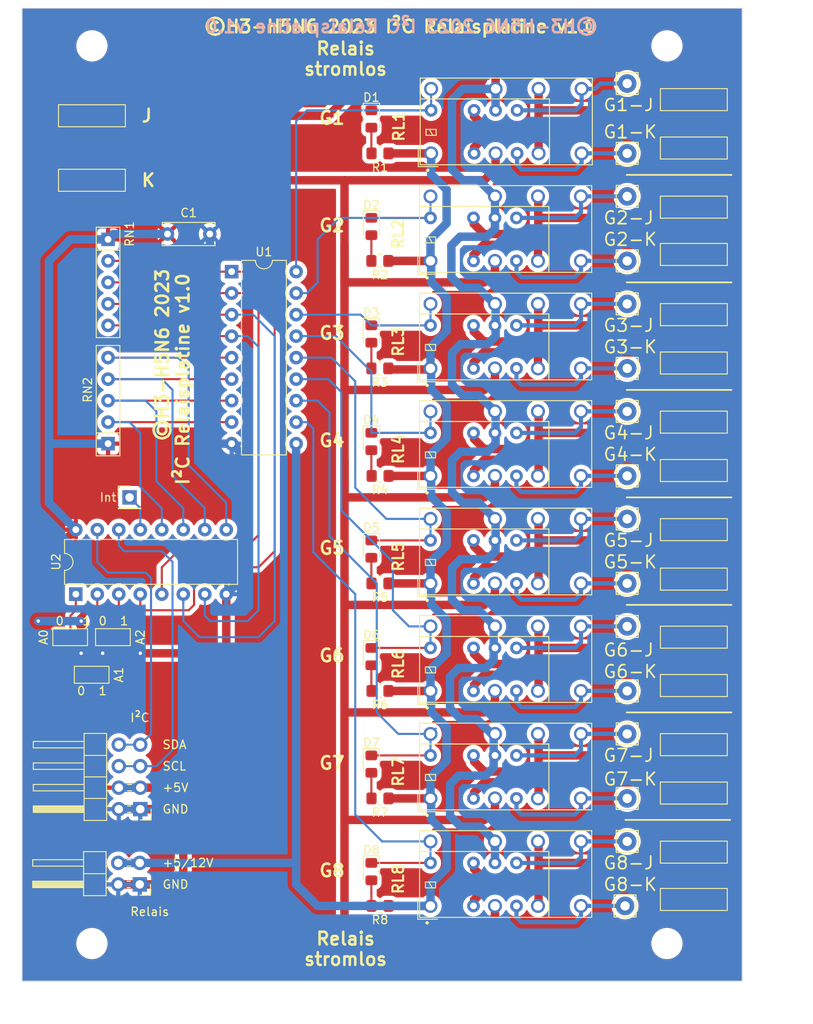
<source format=kicad_pcb>
(kicad_pcb (version 20221018) (generator pcbnew)
  (layers (0 "F.Cu" signal) (31 "B.Cu" signal) (34 "B.Paste" user) (35 "F.Paste" user) (36 "B.SilkS" user "B.Silkscreen") (37 "F.SilkS" user "F.Silkscreen") (38 "B.Mask" user) (39 "F.Mask" user) (44 "Edge.Cuts" user))
  (net 0 "")
  (net 1 "Net-(J4.1-Pin_1)")
  (net 2 "+12V")
  (net 3 "GND")
  (net 4 "Net-(J2-Pin_1)")
  (net 5 "Net-(J4.2-Pin_1)")
  (net 6 "Net-(J5.1-Pin_1)")
  (net 7 "Net-(J7.2-Pin_1)")
  (net 8 "Net-(J7.1-Pin_1)")
  (net 9 "Net-(J3.2-Pin_1)")
  (net 10 "Net-(J3.1-Pin_1)")
  (net 11 "Net-(J2.2-Pin_1)")
  (net 12 "Net-(J2.1-Pin_1)")
  (net 13 "Net-(J1.2-Pin_1)")
  (net 14 "Net-(J1.1-Pin_1)")
  (net 15 "Net-(A0-C)")
  (net 16 "Net-(A2-C)")
  (net 17 "Net-(A1-C)")
  (net 18 "Net-(J12-Pin_1)")
  (net 19 "Net-(J1-Pin_1)")
  (net 20 "Net-(J5.2-Pin_1)")
  (net 21 "Net-(J6.1-Pin_1)")
  (net 22 "Net-(J6.2-Pin_1)")
  (net 23 "Net-(J8.1-Pin_1)")
  (net 24 "Net-(J8.2-Pin_1)")
  (net 25 "Net-(J1.1a1001-Pin_1)")
  (net 26 "Net-(J1.1a1002-Pin_1)")
  (net 27 "Net-(J1.1a1003-Pin_1)")
  (net 28 "Net-(J1.1a1004-Pin_1)")
  (net 29 "Net-(J1.1a1005-Pin_1)")
  (net 30 "Net-(J1.1a1006-Pin_1)")
  (net 31 "+5V")
  (net 32 "Net-(RN1-R1)")
  (net 33 "Net-(RN1-R2)")
  (net 34 "Net-(RN1-R3)")
  (net 35 "Net-(RN1-R4)")
  (net 36 "Net-(RN2-R1)")
  (net 37 "Net-(RN2-R2)")
  (net 38 "Net-(RN2-R3)")
  (net 39 "Net-(RN2-R4)")
  (net 40 "Net-(J10-Pin_5)")
  (net 41 "Net-(J10-Pin_7)")
  (net 42 "Net-(D1-K)")
  (net 43 "Net-(D1-A)")
  (net 44 "Net-(D2-K)")
  (net 45 "Net-(D2-A)")
  (net 46 "Net-(D3-K)")
  (net 47 "Net-(D3-A)")
  (net 48 "Net-(D4-K)")
  (net 49 "Net-(D4-A)")
  (net 50 "Net-(D5-K)")
  (net 51 "Net-(D5-A)")
  (net 52 "Net-(D6-A)")
  (net 53 "Net-(D7-K)")
  (net 54 "Net-(D7-A)")
  (net 55 "Net-(D8-K)")
  (net 56 "Net-(D8-A)")
  (net 57 "Net-(D6-K)")
  (net 58 "Net-(J1.1a1007-Pin_1)")
  (net 59 "Net-(J1.2a1001-Pin_1)")
  (net 60 "Net-(J1.2a1002-Pin_1)")
  (net 61 "Net-(J1.2a1003-Pin_1)")
  (net 62 "Net-(J1.2a1004-Pin_1)")
  (net 63 "Net-(J1.2a1005-Pin_1)")
  (net 64 "Net-(J1.2a1006-Pin_1)")
  (net 65 "Net-(J1.2a1007-Pin_1)")
  (net 66 "Net-(J2.1a1001-Pin_1)")
  (net 67 "Net-(J2.2a1001-Pin_1)")
  (footprint "Wago:Pad_7.5x2.2mm" (layer "F.Cu") (at 138.43 111.252)
    (fp_text reference "J5.1" hide)
    (fp_text value "G5-K")
  )
  (footprint "Resistor_THT:R_Array_SIP5" (layer "F.Cu") (at 69.215 71.12 -90)
    (fp_text reference "RN1")
    (fp_text value "R_Network04")
  )
  (footprint "Wago:Pad_7.5x2.2mm" (layer "F.Cu") (at 138.43 72.898)
    (fp_text reference "J2.1" hide)
    (fp_text value "G2-K")
  )
  (footprint "HongFa:HFD3+2005SD" (layer "F.Cu") (at 107.315 73.66)
    (fp_text reference "RL2")
    (fp_text value "HFD3" hide)
  )
  (footprint "Resistor_THT:R_Array_SIP5" (layer "F.Cu") (at 69.215 95.25 90)
    (fp_text reference "RN2")
    (fp_text value "R_Network04")
  )
  (footprint "Resistor_SMD:R_0805_2012Metric_Pad1.20x1.40mm_HandSolder" (layer "F.Cu") (at 101.346 149.86 180)
    (fp_text reference "R8")
    (fp_text value "1k")
  )
  (footprint "Connector_PinHeader_2.54mm:PinHeader_2x04_P2.54mm_Horizontal" (layer "F.Cu") (at 73.025 138.43 180)
    (fp_text reference "J10" hide)
    (fp_text value "I²C")
  )
  (footprint "Wago:Pad_7.5x2.2mm" (layer "F.Cu") (at 138.43 67.31)
    (fp_text reference "J2.2" hide)
    (fp_text value "G2-J")
  )
  (footprint "Text:Text" (layer "F.Cu") (at 103.759 45.974)
    (fp_text reference "Tx1")
    (fp_text value "©H3-H5N6 2023 I²C Relaisplatine v1.0")
  )
  (footprint "Resistor_SMD:R_0805_2012Metric_Pad1.20x1.40mm_HandSolder" (layer "F.Cu") (at 101.346 124.46 180)
    (fp_text reference "R6")
    (fp_text value "1k")
  )
  (footprint "Wago:Pad_7.5x2.2mm" (layer "F.Cu") (at 67.31 64.135)
    (fp_text reference "J1" hide)
    (fp_text value "K")
  )
  (footprint "Connector_Pin:Pin_D1.1mm_L8.5mm_W2.5mm_FlatFork" (layer "F.Cu") (at 130.556 116.84 90)
    (fp_text reference "J1.2a1005" hide)
    (fp_text value "G1-J")
  )
  (footprint "Resistor_SMD:R_0805_2012Metric_Pad1.20x1.40mm_HandSolder" (layer "F.Cu") (at 101.346 60.96 180)
    (fp_text reference "R1")
    (fp_text value "1k")
  )
  (footprint "Resistor_SMD:R_0805_2012Metric_Pad1.20x1.40mm_HandSolder" (layer "F.Cu") (at 101.33 73.66 180)
    (fp_text reference "R2")
    (fp_text value "1k")
  )
  (footprint "HongFa:HFD3+2005SD" (layer "F.Cu") (at 107.315 99.06)
    (fp_text reference "RL4")
    (fp_text value "HFD3" hide)
  )
  (footprint "Connector_PinHeader_2.54mm:PinHeader_1x01_P2.54mm_Vertical" (layer "F.Cu") (at 71.755 101.6)
    (fp_text reference "J12" hide)
    (fp_text value "Int")
  )
  (footprint "Package_DIP:DIP-18_W7.62mm" (layer "F.Cu") (at 83.82 74.93)
    (fp_text reference "U1")
    (fp_text value "ULN2803A")
  )
  (footprint "Wago:Pad_7.5x2.2mm" (layer "F.Cu") (at 138.43 143.51)
    (fp_text reference "J8.2" hide)
    (fp_text value "G8-J")
  )
  (footprint "Wago:Pad_7.5x2.2mm" (layer "F.Cu") (at 138.43 123.825)
    (fp_text reference "J6.1" hide)
    (fp_text value "G6-K")
  )
  (footprint "Connector_Pin:Pin_D1.1mm_L8.5mm_W2.5mm_FlatFork" (layer "F.Cu") (at 130.556 91.44 90)
    (fp_text reference "J1.2a1003" hide)
    (fp_text value "G1-J")
  )
  (footprint "Wago:Pad_7.5x2.2mm" (layer "F.Cu") (at 138.43 54.61 180)
    (fp_text reference "J1.2" hide)
    (fp_text value "G1-J")
  )
  (footprint "LED_SMD:LED_0805_2012Metric_Pad1.15x1.40mm_HandSolder" (layer "F.Cu") (at 100.33 145.805 -90)
    (fp_text reference "D8")
    (fp_text value "LED")
  )
  (footprint "Jumper:SolderJumper-3_P1.3mm_Bridged12_Pad1.0x1.5mm_NumberLabels" (layer "F.Cu") (at 64.74 118.11)
    (fp_text reference "A0")
    (fp_text value "SolderJumper_3_Open")
  )
  (footprint "Wago:Pad_7.5x2.2mm" (layer "F.Cu") (at 138.43 80.01)
    (fp_text reference "J3.2" hide)
    (fp_text value "G3-J")
  )
  (footprint "Wago:Pad_7.5x2.2mm" (layer "F.Cu") (at 138.43 92.71)
    (fp_text reference "J4.2" hide)
    (fp_text value "G4-J")
  )
  (footprint "Connector_Pin:Pin_D1.1mm_L8.5mm_W2.5mm_FlatFork" (layer "F.Cu") (at 130.556 60.96 90)
    (fp_text reference "J1.2a1001" hide)
    (fp_text value "G1-K")
  )
  (footprint "HongFa:HFD3+2005SD" (layer "F.Cu") (at 107.315 137.16)
    (fp_text reference "RL7")
    (fp_text value "HFD3" hide)
  )
  (footprint "Resistor_SMD:R_0805_2012Metric_Pad1.20x1.40mm_HandSolder" (layer "F.Cu") (at 101.33 86.36 180)
    (fp_text reference "R3")
    (fp_text value "1k")
  )
  (footprint "Connector_Pin:Pin_D1.1mm_L8.5mm_W2.5mm_FlatFork" (layer "F.Cu") (at 130.556 104.14 90)
    (fp_text reference "J1.2a1004" hide)
    (fp_text value "G1-J")
  )
  (footprint "LED_SMD:LED_0805_2012Metric_Pad1.15x1.40mm_HandSolder" (layer "F.Cu") (at 100.33 107.705 -90)
    (fp_text reference "D5")
    (fp_text value "LED")
  )
  (footprint "LED_SMD:LED_0805_2012Metric_Pad1.15x1.40mm_HandSolder" (layer "F.Cu") (at 100.33 56.896 -90)
    (fp_text reference "D1")
    (fp_text value "LED")
  )
  (footprint "Wago:Pad_7.5x2.2mm" (layer "F.Cu") (at 138.43 149.098)
    (fp_text reference "J8.1" hide)
    (fp_text value "G8-K")
  )
  (footprint "Connector_Pin:Pin_D1.1mm_L8.5mm_W2.5mm_FlatFork" (layer "F.Cu") (at 130.556 99.06 90)
    (fp_text reference "J1.1a1003" hide)
    (fp_text value "G1-K")
  )
  (footprint "Wago:Pad_7.5x2.2mm" (layer "F.Cu") (at 138.43 105.41)
    (fp_text reference "J5.2" hide)
    (fp_text value "G5-J")
  )
  (footprint "Wago:Pad_7.5x2.2mm" (layer "F.Cu") (at 138.43 98.425)
    (fp_text reference "J4.1" hide)
    (fp_text value "G4-K")
  )
  (footprint "Capacitor_THT:C_Disc_D6.0mm_W2.5mm_P5.00mm" (layer "F.Cu") (at 76.24 70.485)
    (fp_text reference "C1")
    (fp_text value "100n")
  )
  (footprint "Wago:Pad_7.5x2.2mm" (layer "F.Cu") (at 138.43 130.81)
    (fp_text reference "J7.2" hide)
    (fp_text value "G7-J")
  )
  (footprint "Resistor_SMD:R_0805_2012Metric_Pad1.20x1.40mm_HandSolder" (layer "F.Cu") (at 101.346 111.76 180)
    (fp_text reference "R5")
    (fp_text value "1k")
  )
  (footprint "Connector_Pin:Pin_D1.1mm_L8.5mm_W2.5mm_FlatFork" (layer "F.Cu") (at 130.556 142.24 90)
    (fp_text reference "J1.2a1007" hide)
    (fp_text value "G1-J")
  )
  (footprint "HongFa:HFD3+2005SD" (layer "F.Cu") (at 107.315 124.46)
    (fp_text reference "RL6")
    (fp_text value "HFD3" hide)
  )
  (footprint "Connector_Pin:Pin_D1.1mm_L8.5mm_W2.5mm_FlatFork" (layer "F.Cu") (at 130.556 111.76 90)
    (fp_text reference "J1.1a1004" hide)
    (fp_text value "G1-K")
  )
  (footprint "Connector_Pin:Pin_D1.1mm_L8.5mm_W2.5mm_FlatFork" (layer "F.Cu") (at 130.556 52.705 90)
    (fp_text reference "J1.1a1001" hide)
    (fp_text value "G1-J")
  )
  (footprint "Connector_Pin:Pin_D1.1mm_L8.5mm_W2.5mm_FlatFork" (layer "F.Cu") (at 130.556 78.74 90)
    (fp_text reference "J1.2a1002" hide)
    (fp_text value "G1-J")
  )
  (footprint "Resistor_SMD:R_0805_2012Metric_Pad1.20x1.40mm_HandSolder" (layer "F.Cu") (at 101.346 137.16 180)
    (fp_text reference "R7")
    (fp_text value "1k")
  )
  (footprint "HongFa:HFD3+2005SD" (layer "F.Cu") (at 107.315 86.36)
    (fp_text reference "RL3")
    (fp_text value "HFD3" hide)
  )
  (footprint "LED_SMD:LED_0805_2012Metric_Pad1.15x1.40mm_HandSolder" (layer "F.Cu") (at 100.33 94.996 -90)
    (fp_text reference "D4")
    (fp_text value "LED")
  )
  (footprint "Wago:Pad_7.5x2.2mm" (layer "F.Cu") (at 138.43 60.325)
    (fp_text reference "J1.1" hide)
    (fp_text value "G1-K")
  )
  (footprint "HongFa:HFD3+2005SD" (layer "F.Cu") (at 107.3875 60.955)
    (fp_text reference "RL1")
    (fp_text value "HFD3" hide)
  )
  (footprint "LED_SMD:LED_0805_2012Metric_Pad1.15x1.40mm_HandSolder" (layer "F.Cu") (at 100.33 120.405 -90)
    (fp_text reference "D6")
    (fp_text value "LED")
  )
  (footprint "Connector_Pin:Pin_D1.1mm_L8.5mm_W2.5mm_FlatFork" (layer "F.Cu") (at 130.556 137.16 90)
    (fp_text reference "J1.1a1006" hide)
    (fp_text value "G1-K")
  )
  (footprint "Jumper:SolderJumper-3_P1.3mm_Bridged12_Pad1.0x1.5mm_NumberLabels" (layer "F.Cu") (at 67.28 122.555)
    (fp_text reference "A1")
    (fp_text value "SolderJumper_3_Open")
  )
  (footprint "Connector_PinHeader_2.54mm:PinHeader_2x02_P2.54mm_Horizontal" (layer "F.Cu") (at 72.96 147.32 180)
    (fp_text reference "J11" hide)
    (fp_text value "Relais-Power")
  )
  (footprint "Wago:Pad_7.5x2.2mm" (layer "F.Cu") (at 67.31 56.515)
    (fp_text reference "J2" hide)
    (fp_text value "J")
  )
  (footprint "Package_DIP:DIP-16_W7.62mm" (layer "F.Cu") (at 65.405 113.03 90)
    (fp_text reference "U2")
    (fp_text value "PCF8574")
  )
  (footprint "MountingHole:MountingHole_3.2mm_M3" (layer "F.Cu") (at 135.255 48.26)
    (fp_text reference "H3" hide)
    (fp_text value "MountingHole")
  )
  (footprint "Resistor_SMD:R_0805_2012Metric_Pad1.20x1.40mm_HandSolder" (layer "F.Cu") (at 101.362 99.06 180)
    (fp_text reference "R4")
    (fp_text value "1k")
  )
  (footprint "Connector_Pin:Pin_D1.1mm_L8.5mm_W2.5mm_FlatFork" (layer "F.Cu") (at 130.302 149.86 90)
    (fp_text reference "J1.1a1007" hide)
    (fp_text value "G1-K")
  )
  (footprint "Wago:Pad_7.5x2.2mm" (layer "F.Cu") (at 138.43 85.725)
    (fp_text reference "J3.1" hide)
    (fp_text value "G3-K")
  )
  (footprint "LED_SMD:LED_0805_2012Metric_Pad1.15x1.40mm_HandSolder" (layer "F.Cu") (at 100.33 133.105 -90)
    (fp_text reference "D7")
    (fp_text value "LED")
  )
  (footprint "Wago:Pad_7.5x2.2mm" (layer "F.Cu") (at 138.43 118.11)
    (fp_text reference "J6.2" hide)
    (fp_text value "G6-J")
  )
  (footprint "Jumper:SolderJumper-3_P1.3mm_Bridged12_Pad1.0x1.5mm_NumberLabels" (layer "F.Cu") (at 69.79 118.11)
    (fp_text reference "A2")
    (fp_text value "SolderJumper_3_Open")
  )
  (footprint "LED_SMD:LED_0805_2012Metric_Pad1.15x1.40mm_HandSolder" (layer "F.Cu") (at 100.33 69.596 -90)
    (fp_text reference "D2")
    (fp_text value "LED")
  )
  (footprint "Connector_Pin:Pin_D1.1mm_L8.5mm_W2.5mm_FlatFork" (layer "F.Cu") (at 130.556 129.54 90)
    (fp_text reference "J1.2a1006" hide)
    (fp_text value "G1-J")
  )
  (footprint "MountingHole:MountingHole_3.2mm_M3" (layer "F.Cu") (at 67.31 48.26)
    (fp_text reference "H1" hide)
    (fp_text value "MountingHole")
  )
  (footprint "Connector_Pin:Pin_D1.1mm_L8.5mm_W2.5mm_FlatFork" (layer "F.Cu") (at 130.556 86.36 90)
    (fp_text reference "J1.1a1002" hide)
    (fp_text value "G1-K")
  )
  (footprint "Connector_Pin:Pin_D1.1mm_L8.5mm_W2.5mm_FlatFork" (layer "F.Cu") (at 130.556 124.46 90)
    (fp_text reference "J1.1a1005" hide)
    (fp_text value "G1-K")
  )
  (footprint "Wago:Pad_7.5x2.2mm" (layer "F.Cu") (at 138.43 136.525)
    (fp_text reference "J7.1" hide)
    (fp_text value "G7-K")
  )
  (footprint "HongFa:HFD3+2005SD" (layer "F.Cu") (at 107.315 149.86)
    (fp_text reference "RL8")
    (fp_text value "HFD3" hide)
  )
  (footprint "HongFa:HFD3+2005SD" (layer "F.Cu") (at 107.315 111.76)
    (fp_text reference "RL5")
    (fp_text value "HFD3" hide)
  )
  (footprint "Connector_Pin:Pin_D1.1mm_L8.5mm_W2.5mm_FlatFork" (layer "F.Cu") (at 130.556 66.04 90)
    (fp_text reference "J2.1a1001" hide)
    (fp_text value "G1-J" hide)
  )
  (footprint "LED_SMD:LED_0805_2012Metric_Pad1.15x1.40mm_HandSolder" (layer "F.Cu") (at 100.33 82.296 -90)
    (fp_text reference "D3")
    (fp_text value "LED")
  )
  (footprint "Connector_Pin:Pin_D1.1mm_L8.5mm_W2.5mm_FlatFork" (layer "F.Cu") (at 130.556 73.66 90)
    (fp_text reference "J2.2a1001" hide)
    (fp_text value "G2-K")
  )
  (footprint "MountingHole:MountingHole_3.2mm_M3" (layer "F.Cu") (at 67.31 154.305)
    (fp_text reference "H2" hide)
    (fp_text value "MountingHole")
  )
  (footprint "MountingHole:MountingHole_3.2mm_M3" (layer "F.Cu") (at 135.255 154.305)
    (fp_text reference "H4" hide)
    (fp_text value "MountingHole")
  )
  (gr_line (start 130.4925 76.2) (end 142.875 76.2) (stroke (width 0.2)) (layer "F.SilkS"))
  (gr_line (start 130.4925 127) (end 142.875 127) (stroke (width 0.2)) (layer "F.SilkS"))
  (gr_line (start 130.4925 63.5) (end 142.875 63.5) (stroke (width 0.2)) (layer "F.SilkS"))
  (gr_line (start 130.33375 139.7) (end 142.71625 139.7) (stroke (width 0.2)) (layer "F.SilkS"))
  (gr_line (start 130.4925 114.3) (end 142.875 114.3) (stroke (width 0.2)) (layer "F.SilkS"))
  (gr_line (start 130.4925 101.6) (end 142.875 101.6) (stroke (width 0.2)) (layer "F.SilkS"))
  (gr_line (start 130.4925 88.9) (end 142.875 88.9) (stroke (width 0.2)) (layer "F.SilkS"))
  (gr_line (start 59.055 43.815) (end 59.055 158.75) (stroke (width 0.1)) (layer "Edge.Cuts"))
  (gr_line (start 144.145 43.815) (end 144.145 158.75) (stroke (width 0.1)) (layer "Edge.Cuts"))
  (gr_line (start 59.055 43.815) (end 144.145 43.815) (stroke (width 0.1)) (layer "Edge.Cuts"))
  (gr_line (start 144.145 158.75) (end 59.055 158.75) (stroke (width 0.1)) (layer "Edge.Cuts"))
  (gr_text "G7" (at 94.012 133.858) (layer "F.SilkS") (effects (font (size 1.5 1.5) (thickness 0.3) bold) (justify left bottom)))
  (gr_text "Relais\nstromlos" (at 97.282 154.94) (layer "F.SilkS") (effects (font (size 1.5 1.5) (thickness 0.3) bold)))
  (gr_text "G6" (at 94.012 121.158) (layer "F.SilkS") (effects (font (size 1.5 1.5) (thickness 0.3) bold) (justify left bottom)))
  (gr_text "SCL" (at 75.565 133.35) (layer "F.SilkS") (effects (font (size 1 1)) (justify left)))
  (gr_text "SDA" (at 75.565 130.81) (layer "F.SilkS") (effects (font (size 1 1)) (justify left)))
  (gr_text "+5V" (at 75.565 135.89) (layer "F.SilkS") (effects (font (size 1 1)) (justify left)))
  (gr_text "G4" (at 94.012 95.758) (layer "F.SilkS") (effects (font (size 1.5 1.5) (thickness 0.3) bold) (justify left bottom)))
  (gr_text "GND" (at 75.565 138.43) (layer "F.SilkS") (effects (font (size 1 1)) (justify left)))
  (gr_text "GND" (at 75.565 147.32) (layer "F.SilkS") (effects (font (size 1 1)) (justify left)))
  (gr_text "G5" (at 94.012 108.458) (layer "F.SilkS") (effects (font (size 1.5 1.5) (thickness 0.3) bold) (justify left bottom)))
  (gr_text "G2" (at 94.012 70.358) (layer "F.SilkS") (effects (font (size 1.5 1.5) (thickness 0.3) bold) (justify left bottom)))
  (gr_text "Relais\nstromlos" (at 97.282 49.784) (layer "F.SilkS") (effects (font (size 1.5 1.5) (thickness 0.3) bold)))
  (gr_text "G1" (at 94.012 57.658) (layer "F.SilkS") (effects (font (size 1.5 1.5) (thickness 0.3) bold) (justify left bottom)))
  (gr_text "G8" (at 94.012 146.558) (layer "F.SilkS") (effects (font (size 1.5 1.5) (thickness 0.3) bold) (justify left bottom)))
  (gr_text "Relais" (at 71.755 151.13) (layer "F.SilkS") (effects (font (size 1 1)) (justify left bottom)))
  (gr_text "G3" (at 94.012 83.058) (layer "F.SilkS") (effects (font (size 1.5 1.5) (thickness 0.3) bold) (justify left bottom)))
  (gr_text "     ©H3-H5N6 2023\nI²C Relaisplatine v1.0\n" (at 76.835 87.63 90) (layer "F.SilkS") (effects (font (size 1.5 1.5) (thickness 0.3))))
  (gr_text "+5/12V" (at 75.565 144.78) (layer "F.SilkS") (effects (font (size 1 1)) (justify left)))
  (segment (start 120.015 97.155) (end 132.715 97.155) (width 1) (layer "F.Cu") (net 1))
  (segment (start 120.0875 99.055) (end 120.0875 97.2275) (width 1) (layer "F.Cu") (net 1))
  (segment (start 112.4675 99.055) (end 112.4675 98.3525) (width 1) (layer "F.Cu") (net 1))
  (segment (start 113.665 97.155) (end 120.015 97.155) (width 1) (layer "F.Cu") (net 1))
  (segment (start 132.715 97.155) (end 133.985 98.425) (width 1) (layer "F.Cu") (net 1))
  (segment (start 112.4675 98.3525) (end 113.665 97.155) (width 1) (layer "F.Cu") (net 1))
  (segment (start 120.0875 97.2275) (end 120.015 97.155) (width 1) (layer "F.Cu") (net 1))
  (segment (start 133.985 98.425) (end 138.43 98.425) (width 1) (layer "F.Cu") (net 1))
  (segment (start 102.346 111.76) (end 107.315 111.76) (width 1) (layer "F.Cu") (net 2))
  (segment (start 102.2825 86.487) (end 107.2675 86.487) (width 1) (layer "F.Cu") (net 2))
  (segment (start 102.4095 99.06) (end 107.3945 99.06) (width 1) (layer "F.Cu") (net 2))
  (segment (start 102.2825 60.96) (end 107.2675 60.96) (width 1) (layer "F.Cu") (net 2))
  (segment (start 107.188 149.733) (end 107.315 149.86) (width 1) (layer "F.Cu") (net 2))
  (segment (start 102.33 73.66) (end 107.315 73.66) (width 1) (layer "F.Cu") (net 2))
  (segment (start 102.346 137.16) (end 107.315 137.16) (width 1) (layer "F.Cu") (net 2))
  (segment (start 102.473 149.86) (end 107.315 149.86) (width 1) (layer "F.Cu") (net 2))
  (segment (start 107.315 124.46) (end 102.346 124.46) (width 1) (layer "F.Cu") (net 2))
  (segment (start 107.3925 76.1225) (end 109.22 77.95) (width 1) (layer "B.Cu") (net 2))
  (segment (start 107.315 109.22) (end 107.315 111.76) (width 1) (layer "B.Cu") (net 2))
  (segment (start 107.3925 63.4225) (end 109.22 65.25) (width 1) (layer "B.Cu") (net 2))
  (segment (start 109.22 103.35) (end 109.22 107.315) (width 1) (layer "B.Cu") (net 2))
  (segment (start 107.3925 60.96) (end 107.3925 63.4225) (width 1) (layer "B.Cu") (net 2))
  (segment (start 109.22 65.25) (end 109.22 69.215) (width 1) (layer "B.Cu") (net 2))
  (segment (start 107.32 60.955) (end 107.3875 60.955) (width 1) (layer "B.Cu") (net 2))
  (segment (start 91.44 144.78) (end 91.44 95.25) (width 1) (layer "B.Cu") (net 2))
  (segment (start 107.315 121.92) (end 107.315 124.46) (width 1) (layer "B.Cu") (net 2))
  (segment (start 107.315 83.82) (end 107.315 86.36) (width 1) (layer "B.Cu") (net 2))
  (segment (start 107.315 149.86) (end 93.98 149.86) (width 1) (layer "B.Cu") (net 2))
  (segment (start 107.315 96.52) (end 107.315 99.06) (width 1) (layer "B.Cu") (net 2))
  (segment (start 72.96 144.78) (end 91.44 144.78) (width 1) (layer "B.Cu") (net 2))
  (segment (start 109.22 145.415) (end 107.315 147.32) (width 1) (layer "B.Cu") (net 2))
  (segment (start 109.22 94.615) (end 107.315 96.52) (width 1) (layer "B.Cu") (net 2))
  (segment (start 107.3875 60.955) (end 107.3925 60.96) (width 1) (layer "B.Cu") (net 2))
  (segment (start 109.22 69.215) (end 107.315 71.12) (width 1) (layer "B.Cu") (net 2))
  (segment (start 107.3925 88.8225) (end 109.22 90.65) (width 1) (layer "B.Cu") (net 2))
  (segment (start 109.22 77.95) (end 109.22 81.915) (width 1) (layer "B.Cu") (net 2))
  (segment (start 107.3925 126.9225) (end 109.22 128.75) (width 1) (layer "B.Cu") (net 2))
  (segment (start 109.22 141.45) (end 109.22 145.415) (width 1) (layer "B.Cu") (net 2))
  (segment (start 107.3925 139.6225) (end 109.22 141.45) (width 1) (layer "B.Cu") (net 2))
  (segment (start 109.22 107.315) (end 107.315 109.22) (width 1) (layer "B.Cu") (net 2))
  (segment (start 70.42 144.78) (end 72.96 144.78) (width 1) (layer "B.Cu") (net 2))
  (segment (start 107.3925 99.06) (end 107.3925 101.5225) (width 1) (layer "B.Cu") (net 2))
  (segment (start 107.315 60.96) (end 107.32 60.955) (width 1) (layer "B.Cu") (net 2))
  (segment (start 109.22 90.65) (end 109.22 94.615) (width 1) (layer "B.Cu") (net 2))
  (segment (start 107.3925 137.16) (end 107.3925 139.6225) (width 1) (layer "B.Cu") (net 2))
  (segment (start 109.22 120.015) (end 107.315 121.92) (width 1) (layer "B.Cu") (net 2))
  (segment (start 109.22 116.05) (end 109.22 120.015) (width 1) (layer "B.Cu") (net 2))
  (segment (start 109.22 81.915) (end 107.315 83.82) (width 1) (layer "B.Cu") (net 2))
  (segment (start 93.98 149.86) (end 91.44 147.32) (width 1) (layer "B.Cu") (net 2))
  (segment (start 107.3925 124.46) (end 107.3925 126.9225) (width 1) (layer "B.Cu") (net 2))
  (segment (start 107.3925 111.76) (end 107.3925 114.2225) (width 1) (layer "B.Cu") (net 2))
  (segment (start 107.315 134.62) (end 107.315 137.16) (width 1) (layer "B.Cu") (net 2))
  (segment (start 91.44 147.32) (end 91.44 144.78) (width 1) (layer "B.Cu") (net 2))
  (segment (start 109.22 132.715) (end 107.315 134.62) (width 1) (layer "B.Cu") (net 2))
  (segment (start 107.3925 73.66) (end 107.3925 76.1225) (width 1) (layer "B.Cu") (net 2))
  (segment (start 107.3925 101.5225) (end 109.22 103.35) (width 1) (layer "B.Cu") (net 2))
  (segment (start 107.3925 86.36) (end 107.3925 88.8225) (width 1) (layer "B.Cu") (net 2))
  (segment (start 107.315 147.32) (end 107.315 149.86) (width 1) (layer "B.Cu") (net 2))
  (segment (start 109.22 128.75) (end 109.22 132.715) (width 1) (layer "B.Cu") (net 2))
  (segment (start 107.315 71.12) (end 107.315 73.66) (width 1) (layer "B.Cu") (net 2))
  (segment (start 107.3925 114.2225) (end 109.22 116.05) (width 1) (layer "B.Cu") (net 2))
  (segment (start 83.185 126.365) (end 83.185 113.03) (width 1) (layer "F.Cu") (net 3))
  (segment (start 73.025 138.43) (end 78.105 138.43) (width 1) (layer "F.Cu") (net 3))
  (segment (start 78.105 138.43) (end 78.4225 138.1125) (width 1) (layer "F.Cu") (net 3))
  (segment (start 78.105 146.05) (end 78.105 138.43) (width 1) (layer "F.Cu") (net 3))
  (segment (start 63.44 120.59) (end 65.405 122.555) (width 1) (layer "F.Cu") (net 3))
  (segment (start 83.185 133.35) (end 83.185 126.365) (width 1) (layer "F.Cu") (net 3))
  (segment (start 65.405 122.555) (end 65.98 122.555) (width 1) (layer "F.Cu") (net 3))
  (segment (start 78.74 120.015) (end 83.185 124.46) (width 1) (layer "F.Cu") (net 3))
  (segment (start 83.185 124.46) (end 83.185 126.365) (width 1) (layer "F.Cu") (net 3))
  (segment (start 66.04 120.015) (end 65.98 120.075) (width 1) (layer "F.Cu") (net 3))
  (segment (start 72.96 147.32) (end 76.835 147.32) (width 1) (layer "F.Cu") (net 3))
  (segment (start 63.44 118.11) (end 63.44 120.59) (width 1) (layer "F.Cu") (net 3))
  (segment (start 73.025 120.015) (end 78.74 120.015) (width 1) (layer "F.Cu") (net 3))
  (segment (start 68.58 120.015) (end 68.58 118.2) (width 1) (layer "F.Cu") (net 3))
  (segment (start 66.04 122.495) (end 66.04 120.015) (width 1) (layer "F.Cu") (net 3))
  (segment (start 70.42 147.32) (end 72.96 147.32) (width 1) (layer "F.Cu") (net 3))
  (segment (start 65.98 122.555) (end 66.04 122.495) (width 1) (layer "F.Cu") (net 3))
  (segment (start 76.835 147.32) (end 78.105 146.05) (width 1) (layer "F.Cu") (net 3))
  (segment (start 68.58 118.2) (end 68.49 118.11) (width 1) (layer "F.Cu") (net 3))
  (segment (start 78.4225 138.1125) (end 83.185 133.35) (width 1) (layer "F.Cu") (net 3))
  (via (at 66.04 120.015) (size 0.8) (drill 0.4) (layers "F.Cu" "B.Cu") (net 3))
  (via (at 68.58 120.015) (size 0.8) (drill 0.4) (layers "F.Cu" "B.Cu") (net 3))
  (via (at 73.025 120.015) (size 0.8) (drill 0.4) (layers "F.Cu" "B.Cu") (net 3))
  (segment (start 85.09 111.125) (end 85.09 96.52) (width 1) (layer "B.Cu") (net 3))
  (segment (start 83.185 113.03) (end 85.09 111.125) (width 1) (layer "B.Cu") (net 3))
  (segment (start 73.025 138.43) (end 70.485 138.43) (width 1) (layer "B.Cu") (net 3))
  (segment (start 81.915 95.25) (end 81.24 94.575) (width 1) (layer "B.Cu") (net 3))
  (segment (start 68.58 120.015) (end 67.945 120.015) (width 1) (layer "B.Cu") (net 3))
  (segment (start 66.04 120.015) (end 68.58 120.015) (width 1) (layer "B.Cu") (net 3))
  (segment (start 81.24 94.575) (end 81.24 70.485) (width 1) (layer "B.Cu") (net 3))
  (segment (start 83.82 95.25) (end 81.915 95.25) (width 1) (layer "B.Cu") (net 3))
  (segment (start 85.09 96.52) (end 83.82 95.25) (width 1) (layer "B.Cu") (net 3))
  (segment (start 68.58 120.015) (end 73.025 120.015) (width 1) (layer "B.Cu") (net 3))
  (segment (start 114.3 50.165) (end 115.0075 50.8725) (width 1) (layer "F.Cu") (net 4))
  (segment (start 95.25 56.515) (end 101.6 50.165) (width 1) (layer "F.Cu") (net 4))
  (segment (start 101.6 50.165) (end 114.3 50.165) (width 1) (layer "F.Cu") (net 4))
  (segment (start 115.0075 50.8725) (end 115.0075 53.335) (width 1) (layer "F.Cu") (net 4))
  (segment (start 67.31 56.515) (end 95.25 56.515) (width 1) (layer "F.Cu") (net 4))
  (segment (start 115.0075 81.275) (end 115.0075 82.545) (width 1) (layer "B.Cu") (net 4))
  (segment (start 114.055 96.1975) (end 110.88 96.1975) (width 1) (layer "B.Cu") (net 4))
  (segment (start 115.0075 82.545) (end 114.055 83.4975) (width 1) (layer "B.Cu") (net 4))
  (segment (start 112.79875 140.49875) (end 113.19375 140.49875) (width 1) (layer "B.Cu") (net 4))
  (segment (start 109.62375 135.48625) (end 109.62375 139.22875) (width 1) (layer "B.Cu") (net 4))
  (segment (start 114.77625 116.99875) (end 114.77625 119.53875) (width 1) (layer "B.Cu") (net 4))
  (segment (start 115.0075 53.335) (end 111.13 53.335) (width 1) (layer "B.Cu") (net 4))
  (segment (start 113.9825 70.8025) (end 110.8075 70.8025) (width 1) (layer "B.Cu") (net 4))
  (segment (start 114.77625 119.53875) (end 114.77625 120.80875) (width 1) (layer "B.Cu") (net 4))
  (segment (start 113.03 89.535) (end 114.935 91.44) (width 1) (layer "B.Cu") (net 4))
  (segment (start 115.0075 78.735) (end 115.0075 81.275) (width 1) (layer "B.Cu") (net 4))
  (segment (start 110.88 96.1975) (end 109.855 97.2225) (width 1) (layer "B.Cu") (net 4))
  (segment (start 109.855 113.665) (end 111.125 114.935) (width 1) (layer "B.Cu") (net 4))
  (segment (start 114.935 68.58) (end 114.935 69.85) (width 1) (layer "B.Cu") (net 4))
  (segment (start 109.7825 75.57) (end 111.0525 76.84) (width 1) (layer "B.Cu") (net 4))
  (segment (start 109.7825 71.8275) (end 109.7825 75.57) (width 1) (layer "B.Cu") (net 4))
  (segment (start 115.0075 104.135) (end 115.0075 106.675) (width 1) (layer "B.Cu") (net 4))
  (segment (start 109.855 88.265) (end 111.125 89.535) (width 1) (layer "B.Cu") (net 4))
  (segment (start 115.0075 93.975) (end 115.0075 95.245) (width 1) (layer "B.Cu") (net 4))
  (segment (start 110.88 108.8975) (end 109.855 109.9225) (width 1) (layer "B.Cu") (net 4))
  (segment (start 115.0075 91.435) (end 115.0075 93.975) (width 1) (layer "B.Cu") (net 4))
  (segment (start 113.82375 134.46125) (end 110.64875 134.46125) (width 1) (layer "B.Cu") (net 4))
  (segment (start 111.13 53.335) (end 109.855 54.61) (width 1) (layer "B.Cu") (net 4))
  (segment (start 110.8075 70.8025) (end 109.7825 71.8275) (width 1) (layer "B.Cu") (net 4))
  (segment (start 109.62375 122.78625) (end 109.62375 126.52875) (width 1) (layer "B.Cu") (net 4))
  (segment (start 112.9575 76.84) (end 114.8625 78.745) (width 1) (layer "B.Cu") (net 4))
  (segment (start 109.855 54.61) (end 109.855 62.865) (width 1) (layer "B.Cu") (net 4))
  (segment (start 109.855 100.965) (end 111.125 102.235) (width 1) (layer "B.Cu") (net 4))
  (segment (start 111.125 102.235) (end 113.03 102.235) (width 1) (layer "B.Cu") (net 4))
  (segment (start 115.0075 95.245) (end 114.055 96.1975) (width 1) (layer "B.Cu") (net 4))
  (segment (start 110.89375 140.49875) (end 112.79875 140.49875) (width 1) (layer "B.Cu") (net 4))
  (segment (start 115.0075 106.675) (end 115.0075 107.945) (width 1) (layer "B.Cu") (net 4))
  (segment (start 110.64875 121.76125) (end 109.62375 122.78625) (width 1) (layer "B.Cu") (net 4))
  (segment (start 109.62375 139.22875) (end 110.89375 140.49875) (width 1) (layer "B.Cu") (net 4))
  (segment (start 114.055 108.8975) (end 110.88 108.8975) (width 1) (layer "B.Cu") (net 4))
  (segment (start 114.055 83.4975) (end 110.88 83.4975) (width 1) (layer "B.Cu") (net 4))
  (segment (start 114.77625 120.80875) (end 113.82375 121.76125) (width 1) (layer "B.Cu") (net 4))
  (segment (start 114.935 142.24) (end 114.935 144.78) (width 1) (layer "B.Cu") (net 4))
  (segment (start 110.89375 127.79875) (end 112.79875 127.79875) (width 1) (layer "B.Cu") (net 4))
  (segment (start 111.0525 76.84) (end 112.9575 76.84) (width 1) (layer "B.Cu") (net 4))
  (segment (start 113.19375 140.49875) (end 114.935 142.24) (width 1) (layer "B.Cu") (net 4))
  (segment (start 109.855 109.9225) (end 109.855 113.665) (width 1) (layer "B.Cu") (net 4))
  (segment (start 114.77625 133.50875) (end 113.82375 134.46125) (width 1) (layer "B.Cu") (net 4))
  (segment (start 115.0075 107.945) (end 114.055 108.8975) (width 1) (layer "B.Cu") (net 4))
  (segment (start 114.77625 132.23875) (end 114.77625 133.50875) (width 1) (layer "B.Cu") (net 4))
  (segment (start 109.62375 126.52875) (end 110.89375 127.79875) (width 1) (layer "B.Cu") (net 4))
  (segment (start 109.855 97.2225) (end 109.855 100.965) (width 1) (layer "B.Cu") (net 4))
  (segment (start 112.79875 127.79875) (end 114.70375 129.70375) (width 1) (layer "B.Cu") (net 4))
  (segment (start 111.125 89.535) (end 113.03 89.535) (width 1) (layer "B.Cu") (net 4))
  (segment (start 113.03 64.135) (end 114.935 66.04) (width 1) (layer "B.Cu") (net 4))
  (segment (start 113.82375 121.76125) (end 110.64875 121.76125) (width 1) (layer "B.Cu") (net 4))
  (segment (start 109.855 84.5225) (end 109.855 88.265) (width 1) (layer "B.Cu") (net 4))
  (segment (start 114.935 69.85) (end 113.9825 70.8025) (width 1) (layer "B.Cu") (net 4))
  (segment (start 110.64875 134.46125) (end 109.62375 135.48625) (width 1) (layer "B.Cu") (net 4))
  (segment (start 110.88 83.4975) (end 109.855 84.5225) (width 1) (layer "B.Cu") (net 4))
  (segment (start 113.03 114.935) (end 114.935 116.84) (width 1) (layer "B.Cu") (net 4))
  (segment (start 109.855 62.865) (end 111.125 64.135) (width 1) (layer "B.Cu") (net 4))
  (segment (start 111.125 114.935) (end 113.03 114.935) (width 1) (layer "B.Cu") (net 4))
  (segment (start 114.935 66.04) (end 114.935 68.58) (width 1) (layer "B.Cu") (net 4))
  (segment (start 115.0075 53.335) (end 115.0075 55.875) (width 1) (layer "B.Cu") (net 4))
  (segment (start 111.125 64.135) (end 113.03 64.135) (width 1) (layer "B.Cu") (net 4))
  (segment (start 113.03 102.235) (end 114.935 104.14) (width 1) (layer "B.Cu") (net 4))
  (segment (start 114.77625 129.69875) (end 114.77625 132.23875) (width 1) (layer "B.Cu") (net 4))
  (segment (start 132.3975 93.98) (end 133.6675 92.71) (width 1) (layer "F.Cu") (net 5))
  (segment (start 120.0875 91.435) (end 120.0875 95.1775) (width 1) (layer "F.Cu") (net 5))
  (segment (start 120.0875 95.1775) (end 119.38 95.885) (width 1) (layer "F.Cu") (net 5))
  (segment (start 112.4675 94.6875) (end 113.665 95.885) (width 1) (layer "F.Cu") (net 5))
  (segment (start 120.0875 93.98) (end 132.3975 93.98) (width 1) (layer "F.Cu") (net 5))
  (segment (start 113.665 95.885) (end 119.38 95.885) (width 1) (layer "F.Cu") (net 5))
  (segment (start 112.4675 93.975) (end 112.4675 94.6875) (width 1) (layer "F.Cu") (net 5))
  (segment (start 133.6675 92.71) (end 138.43 92.71) (width 1) (layer "F.Cu") (net 5))
  (segment (start 120.0875 109.9275) (end 120.015 109.855) (width 1) (layer "F.Cu") (net 6))
  (segment (start 112.4675 111.755) (end 112.4675 111.0525) (width 1) (layer "F.Cu") (net 6))
  (segment (start 138.303 111.125) (end 138.43 110.998) (width 1) (layer "F.Cu") (net 6))
  (segment (start 132.715 109.855) (end 133.985 111.125) (width 1) (layer "F.Cu") (net 6))
  (segment (start 120.015 109.855) (end 132.715 109.855) (width 1) (layer "F.Cu") (net 6))
  (segment (start 113.665 109.855) (end 120.015 109.855) (width 1) (layer "F.Cu") (net 6))
  (segment (start 120.0875 111.755) (end 120.0875 109.9275) (width 1) (layer "F.Cu") (net 6))
  (segment (start 133.985 111.125) (end 138.303 111.125) (width 1) (layer "F.Cu") (net 6))
  (segment (start 112.4675 111.0525) (end 113.665 109.855) (width 1) (layer "F.Cu") (net 6))
  (segment (start 120.0875 133.2775) (end 119.38 133.985) (width 1) (layer "F.Cu") (net 7))
  (segment (start 112.4675 132.7875) (end 113.665 133.985) (width 1) (layer "F.Cu") (net 7))
  (segment (start 133.35 130.81) (end 137.922 130.81) (width 1) (layer "F.Cu") (net 7))
  (segment (start 112.4675 132.075) (end 112.4675 132.7875) (width 1) (layer "F.Cu") (net 7))
  (segment (start 113.665 133.985) (end 119.38 133.985) (width 1) (layer "F.Cu") (net 7))
  (segment (start 120.0875 129.535) (end 120.0875 133.2775) (width 1) (layer "F.Cu") (net 7))
  (segment (start 132.08 132.08) (end 133.35 130.81) (width 1) (layer "F.Cu") (net 7))
  (segment (start 120.0875 132.08) (end 132.08 132.08) (width 1) (layer "F.Cu") (net 7))
  (segment (start 120.0875 137.155) (end 120.0875 135.3275) (width 1) (layer "F.Cu") (net 8))
  (segment (start 120.015 135.255) (end 132.842 135.255) (width 1) (layer "F.Cu") (net 8))
  (segment (start 113.665 135.255) (end 120.015 135.255) (width 1) (layer "F.Cu") (net 8))
  (segment (start 112.4675 136.4525) (end 113.665 135.255) (width 1) (layer "F.Cu") (net 8))
  (segment (start 120.0875 135.3275) (end 120.015 135.255) (width 1) (layer "F.Cu") (net 8))
  (segment (start 132.842 135.255) (end 134.112 136.525) (width 1) (layer "F.Cu") (net 8))
  (segment (start 134.112 136.525) (end 137.668 136.525) (width 1) (layer "F.Cu") (net 8))
  (segment (start 112.4675 137.155) (end 112.4675 136.4525) (width 1) (layer "F.Cu") (net 8))
  (segment (start 112.43125 81.275) (end 112.43125 81.9875) (width 1) (layer "F.Cu") (net 9))
  (segment (start 113.62875 83.185) (end 119.34375 83.185) (width 1) (layer "F.Cu") (net 9))
  (segment (start 133.35 80.01) (end 138.43 80.01) (width 1) (layer "F.Cu") (net 9))
  (segment (start 112.43125 81.9875) (end 113.62875 83.185) (width 1) (layer "F.Cu") (net 9))
  (segment (start 120.05125 82.4775) (end 119.34375 83.185) (width 1) (layer "F.Cu") (net 9))
  (segment (start 120.05125 78.735) (end 120.05125 82.4775) (width 1) (layer "F.Cu") (net 9))
  (segment (start 120.05125 81.28) (end 132.08 81.28) (width 1) (layer "F.Cu") (net 9))
  (segment (start 132.08 81.28) (end 133.35 80.01) (width 1) (layer "F.Cu") (net 9))
  (segment (start 138.425 85.73) (end 138.43 85.725) (width 1) (layer "F.Cu") (net 10))
  (segment (start 133.9265 85.73) (end 138.425 85.73) (width 1) (layer "F.Cu") (net 10))
  (segment (start 120.015 84.5325) (end 119.9425 84.46) (width 1) (layer "F.Cu") (net 10))
  (segment (start 112.395 85.6575) (end 113.5925 84.46) (width 1) (layer "F.Cu") (net 10))
  (segment (start 112.395 86.36) (end 112.395 85.6575) (width 1) (layer "F.Cu") (net 10))
  (segment (start 132.6565 84.46) (end 133.9265 85.73) (width 1) (layer "F.Cu") (net 10))
  (segment (start 113.5925 84.46) (end 119.9425 84.46) (width 1) (layer "F.Cu") (net 10))
  (segment (start 119.9425 84.46) (end 132.6565 84.46) (width 1) (layer "F.Cu") (net 10))
  (segment (start 120.015 86.36) (end 120.015 84.5325) (width 1) (layer "F.Cu") (net 10))
  (segment (start 120.05125 69.7775) (end 119.34375 70.485) (width 1) (layer "F.Cu") (net 11))
  (segment (start 132.334 68.58) (end 133.604 67.31) (width 1) (layer "F.Cu") (net 11))
  (segment (start 112.43125 69.2875) (end 113.62875 70.485) (width 1) (layer "F.Cu") (net 11))
  (segment (start 133.604 67.31) (end 138.43 67.31) (width 1) (layer "F.Cu") (net 11))
  (segment (start 120.05125 68.58) (end 132.334 68.58) (width 1) (layer "F.Cu") (net 11))
  (segment (start 113.62875 70.485) (end 119.34375 70.485) (width 1) (layer "F.Cu") (net 11))
  (segment (start 120.05125 66.035) (end 120.05125 69.7775) (width 1) (layer "F.Cu") (net 11))
  (segment (start 112.43125 68.575) (end 112.43125 69.2875) (width 1) (layer "F.Cu") (net 11))
  (segment (start 120.015 71.8325) (end 119.9425 71.76) (width 1) (layer "F.Cu") (net 12))
  (segment (start 112.395 72.9575) (end 113.5925 71.76) (width 1) (layer "F.Cu") (net 12))
  (segment (start 113.5925 71.76) (end 119.9425 71.76) (width 1) (layer "F.Cu") (net 12))
  (segment (start 133.44325 73.03) (end 138.298 73.03) (width 1) (layer "F.Cu") (net 12))
  (segment (start 132.17325 71.76) (end 133.44325 73.03) (width 1) (layer "F.Cu") (net 12))
  (segment (start 120.015 73.66) (end 120.015 71.8325) (width 1) (layer "F.Cu") (net 12))
  (segment (start 112.395 73.66) (end 112.395 72.9575) (width 1) (layer "F.Cu") (net 12))
  (segment (start 119.9425 71.76) (end 132.17325 71.76) (width 1) (layer "F.Cu") (net 12))
  (segment (start 138.298 73.03) (end 138.43 72.898) (width 1) (layer "F.Cu") (net 12))
  (segment (start 112.4675 56.5875) (end 113.665 57.785) (width 1) (layer "F.Cu") (net 13))
  (segment (start 132.08 55.88) (end 133.35 54.61) (width 1) (layer "F.Cu") (net 13))
  (segment (start 112.4675 55.875) (end 112.4675 56.5875) (width 1) (layer "F.Cu") (net 13))
  (segment (start 133.35 54.61) (end 138.43 54.61) (width 1) (layer "F.Cu") (net 13))
  (segment (start 120.0875 57.0775) (end 119.38 57.785) (width 1) (layer "F.Cu") (net 13))
  (segment (start 120.0875 55.88) (end 132.08 55.88) (width 1) (layer "F.Cu") (net 13))
  (segment (start 113.665 57.785) (end 119.38 57.785) (width 1) (layer "F.Cu") (net 13))
  (segment (start 120.0875 53.335) (end 120.0875 57.0775) (width 1) (layer "F.Cu") (net 13))
  (segment (start 112.4675 60.955) (end 112.4675 60.2525) (width 1) (layer "F.Cu") (net 14))
  (segment (start 131.953 59.055) (end 133.223 60.325) (width 1) (layer "F.Cu") (net 14))
  (segment (start 120.015 59.055) (end 131.953 59.055) (width 1) (layer "F.Cu") (net 14))
  (segment (start 120.0875 59.1275) (end 120.015 59.055) (width 1) (layer "F.Cu") (net 14))
  (segment (start 112.4675 60.2525) (end 113.665 59.055) (width 1) (layer "F.Cu") (net 14))
  (segment (start 113.665 59.055) (end 120.015 59.055) (width 1) (layer "F.Cu") (net 14))
  (segment (start 120.0875 60.955) (end 120.0875 59.1275) (width 1) (layer "F.Cu") (net 14))
  (segment (start 133.223 60.325) (end 138.43 60.325) (width 1) (layer "F.Cu") (net 14))
  (segment (start 65.405 114.935) (end 64.77 115.57) (width 0.25) (layer "F.Cu") (net 15))
  (segment (start 64.77 115.57) (end 64.77 118.08) (width 0.25) (layer "F.Cu") (net 15))
  (segment (start 64.77 118.08) (end 64.74 118.11) (width 0.25) (layer "F.Cu") (net 15))
  (segment (start 65.405 113.03) (end 65.405 114.935) (width 0.25) (layer "F.Cu") (net 15))
  (segment (start 69.85 118.05) (end 69.79 118.11) (width 0.25) (layer "F.Cu") (net 16))
  (segment (start 69.85 115.57) (end 69.85 118.05) (width 0.25) (layer "F.Cu") (net 16))
  (segment (start 70.485 113.03) (end 70.485 114.935) (width 0.25) (layer "F.Cu") (net 16))
  (segment (start 70.485 114.935) (end 69.85 115.57) (width 0.25) (layer "F.Cu") (net 16))
  (segment (start 67.945 113.03) (end 67.945 114.935) (width 0.25) (layer "F.Cu") (net 17))
  (segment (start 67.31 122.525) (end 67.28 122.555) (width 0.25) (layer "F.Cu") (net 17))
  (segment (start 67.31 115.57) (end 67.31 122.525) (width 0.25) (layer "F.Cu") (net 17))
  (segment (start 67.945 114.935) (end 67.31 115.57) (width 0.25) (layer "F.Cu") (net 17))
  (segment (start 71.755 101.6) (end 73.025 102.87) (width 0.25) (layer "B.Cu") (net 18))
  (segment (start 73.025 102.87) (end 73.025 105.41) (width 0.25) (layer "B.Cu") (net 18))
  (segment (start 97.155 127) (end 113.665 127) (width 1) (layer "F.Cu") (net 19))
  (segment (start 97.155 114.3) (end 113.665 114.3) (width 1) (layer "F.Cu") (net 19))
  (segment (start 97.155 97.155) (end 97.155 152.4) (width 1) (layer "F.Cu") (net 19))
  (segment (start 115.0075 62.7925) (end 113.665 64.135) (width 1) (layer "F.Cu") (net 19))
  (segment (start 113.665 114.3) (end 114.935 113.03) (width 1) (layer "F.Cu") (net 19))
  (segment (start 97.155 71.755) (end 97.155 84.455) (width 1) (layer "F.Cu") (net 19))
  (segment (start 97.155 84.455) (end 97.155 97.155) (width 1) (layer "F.Cu") (net 19))
  (segment (start 97.155 64.135) (end 97.155 71.755) (width 1) (layer "F.Cu") (net 19))
  (segment (start 113.665 101.6) (end 114.935 100.33) (width 1) (layer "F.Cu") (net 19))
  (segment (start 97.155 101.6) (end 113.665 101.6) (width 1) (layer "F.Cu") (net 19))
  (segment (start 67.31 64.135) (end 97.155 64.135) (width 1) (layer "F.Cu") (net 19))
  (segment (start 113.665 88.9) (end 114.935 87.63) (width 1) (layer "F.Cu") (net 19))
  (segment (start 114.935 151.13) (end 114.935 149.86) (width 1) (layer "F.Cu") (net 19))
  (segment (start 97.155 76.2) (end 113.665 76.2) (width 1) (layer "F.Cu") (net 19))
  (segment (start 113.665 64.135) (end 97.155 64.135) (width 1) (layer "F.Cu") (net 19))
  (segment (start 115.0075 60.955) (end 115.0075 62.7925) (width 1) (layer "F.Cu") (net 19))
  (segment (start 97.155 71.755) (end 97.155 76.2) (width 1) (layer "F.Cu") (net 19))
  (segment (start 114.935 125.73) (end 114.935 124.46) (width 1) (layer "F.Cu") (net 19))
  (segment (start 113.665 152.4) (end 114.935 151.13) (width 1) (layer "F.Cu") (net 19))
  (segment (start 97.155 88.9) (end 113.665 88.9) (width 1) (layer "F.Cu") (net 19))
  (segment (start 113.665 127) (end 114.935 125.73) (width 1) (layer "F.Cu") (net 19))
  (segment (start 97.155 139.7) (end 113.665 139.7) (width 1) (layer "F.Cu") (net 19))
  (segment (start 113.665 139.7) (end 114.935 138.43) (width 1) (layer "F.Cu") (net 19))
  (segment (start 113.665 76.2) (end 114.935 74.93) (width 1) (layer "F.Cu") (net 19))
  (segment (start 114.935 100.33) (end 114.935 99.06) (width 1) (layer "F.Cu") (net 19))
  (segment (start 114.935 138.43) (end 114.935 137.16) (width 1) (layer "F.Cu") (net 19))
  (segment (start 114.935 87.63) (end 114.935 86.36) (width 1) (layer "F.Cu") (net 19))
  (segment (start 97.155 152.4) (end 113.665 152.4) (width 1) (layer "F.Cu") (net 19))
  (segment (start 114.935 113.03) (end 114.935 111.76) (width 1) (layer "F.Cu") (net 19))
  (segment (start 114.935 74.93) (end 114.935 73.66) (width 1) (layer "F.Cu") (net 19))
  (segment (start 97.155 97.155) (end 97.155 101.6) (width 1) (layer "F.Cu") (net 19))
  (segment (start 133.5405 105.41) (end 138.43 105.41) (width 1) (layer "F.Cu") (net 20))
  (segment (start 132.2705 106.68) (end 133.5405 105.41) (width 1) (layer "F.Cu") (net 20))
  (segment (start 112.4675 106.675) (end 112.4675 107.3875) (width 1) (layer "F.Cu") (net 20))
  (segment (start 120.0875 106.68) (end 132.2705 106.68) (width 1) (layer "F.Cu") (net 20))
  (segment (start 113.665 108.585) (end 119.38 108.585) (width 1) (layer "F.Cu") (net 20))
  (segment (start 120.0875 107.8775) (end 119.38 108.585) (width 1) (layer "F.Cu") (net 20))
  (segment (start 120.0875 104.135) (end 120.0875 107.8775) (width 1) (layer "F.Cu") (net 20))
  (segment (start 112.4675 107.3875) (end 113.665 108.585) (width 1) (layer "F.Cu") (net 20))
  (segment (start 133.985 123.825) (end 138.176 123.825) (width 1) (layer "F.Cu") (net 21))
  (segment (start 120.0875 124.455) (end 120.0875 122.6275) (width 1) (layer "F.Cu") (net 21))
  (segment (start 120.0875 122.6275) (end 120.015 122.555) (width 1) (layer "F.Cu") (net 21))
  (segment (start 113.665 122.555) (end 120.015 122.555) (width 1) (layer "F.Cu") (net 21))
  (segment (start 112.4675 123.7525) (end 113.665 122.555) (width 1) (layer "F.Cu") (net 21))
  (segment (start 112.4675 124.455) (end 112.4675 123.7525) (width 1) (layer "F.Cu") (net 21))
  (segment (start 132.715 122.555) (end 133.985 123.825) (width 1) (layer "F.Cu") (net 21))
  (segment (start 120.015 122.555) (end 132.715 122.555) (width 1) (layer "F.Cu") (net 21))
  (segment (start 120.0875 116.835) (end 120.0875 120.5775) (width 1) (layer "F.Cu") (net 22))
  (segment (start 120.0875 120.5775) (end 119.38 121.285) (width 1) (layer "F.Cu") (net 22))
  (segment (start 112.4675 120.0875) (end 113.665 121.285) (width 1) (layer "F.Cu") (net 22))
  (segment (start 132.08 119.38) (end 133.35 118.11) (width 1) (layer "F.Cu") (net 22))
  (segment (start 133.35 118.11) (end 138.176 118.11) (width 1) (layer "F.Cu") (net 22))
  (segment (start 113.665 121.285) (end 119.38 121.285) (width 1) (layer "F.Cu") (net 22))
  (segment (start 112.4675 119.375) (end 112.4675 120.0875) (width 1) (layer "F.Cu") (net 22))
  (segment (start 120.0875 119.38) (end 132.08 119.38) (width 1) (layer "F.Cu") (net 22))
  (segment (start 138.154 149.076) (end 138.176 149.098) (width 1) (layer "F.Cu") (net 23))
  (segment (start 133.963 149.076) (end 138.154 149.076) (width 1) (layer "F.Cu") (net 23))
  (segment (start 112.4675 149.855) (end 112.4675 149.1525) (width 1) (layer "F.Cu") (net 23))
  (segment (start 120.0875 149.855) (end 120.0875 148.0275) (width 1) (layer "F.Cu") (net 23))
  (segment (start 120.0875 148.0275) (end 120.015 147.955) (width 1) (layer "F.Cu") (net 23))
  (segment (start 112.4675 149.1525) (end 113.665 147.955) (width 1) (layer "F.Cu") (net 23))
  (segment (start 132.842 147.955) (end 133.963 149.076) (width 1) (layer "F.Cu") (net 23))
  (segment (start 113.665 147.955) (end 120.015 147.955) (width 1) (layer "F.Cu") (net 23))
  (segment (start 120.015 147.955) (end 132.842 147.955) (width 1) (layer "F.Cu") (net 23))
  (segment (start 133.35 143.51) (end 138.176 143.51) (width 1) (layer "F.Cu") (net 24))
  (segment (start 120.0875 144.78) (end 132.08 144.78) (width 1) (layer "F.Cu") (net 24))
  (segment (start 112.4675 145.4875) (end 113.665 146.685) (width 1) (layer "F.Cu") (net 24))
  (segment (start 132.08 144.78) (end 133.35 143.51) (width 1) (layer "F.Cu") (net 24))
  (segment (start 120.0875 145.9775) (end 119.38 146.685) (width 1) (layer "F.Cu") (net 24))
  (segment (start 120.0875 142.235) (end 120.0875 145.9775) (width 1) (layer "F.Cu") (net 24))
  (segment (start 112.4675 144.775) (end 112.4675 145.4875) (width 1) (layer "F.Cu") (net 24))
  (segment (start 113.665 146.685) (end 119.38 146.685) (width 1) (layer "F.Cu") (net 24))
  (segment (start 125.1675 55.1725) (end 125.1675 53.335) (width 0.5) (layer "B.Cu") (net 25))
  (segment (start 127.381 52.705) (end 130.429 52.705) (width 0.5) (layer "B.Cu") (net 25))
  (segment (start 124.465 55.875) (end 125.1675 55.1725) (width 0.5) (layer "B.Cu") (net 25))
  (segment (start 125.1675 53.335) (end 126.751 53.335) (width 0.5) (layer "B.Cu") (net 25))
  (segment (start 126.751 53.335) (end 127.381 52.705) (width 0.5) (layer "B.Cu") (net 25))
  (segment (start 117.5475 55.875) (end 124.465 55.875) (width 0.5) (layer "B.Cu") (net 25))
  (segment (start 125.095 87.5625) (end 125.095 86.36) (width 0.5) (layer "B.Cu") (net 26))
  (segment (start 117.475 86.36) (end 117.475 87.7075) (width 0.5) (layer "B.Cu") (net 26))
  (segment (start 117.475 87.7075) (end 118.0375 88.27) (width 0.5) (layer "B.Cu") (net 26))
  (segment (start 118.0375 88.27) (end 124.3875 88.27) (width 0.5) (layer "B.Cu") (net 26))
  (segment (start 125.17 86.3575) (end 130.0455 86.3575) (width 0.5) (layer "B.Cu") (net 26))
  (segment (start 130.0455 86.3575) (end 130.5585 86.8705) (width 0.5) (layer "B.Cu") (net 26))
  (segment (start 124.3875 88.27) (end 125.095 87.5625) (width 0.5) (layer "B.Cu") (net 26))
  (segment (start 117.475 100.4075) (end 118.0375 100.97) (width 0.5) (layer "B.Cu") (net 27))
  (segment (start 124.3875 100.97) (end 125.095 100.2625) (width 0.5) (layer "B.Cu") (net 27))
  (segment (start 125.095 100.2625) (end 125.095 99.06) (width 0.5) (layer "B.Cu") (net 27))
  (segment (start 129.916 99.055) (end 130.429 99.568) (width 0.5) (layer "B.Cu") (net 27))
  (segment (start 117.475 99.06) (end 117.475 100.4075) (width 0.5) (layer "B.Cu") (net 27))
  (segment (start 125.0405 99.055) (end 129.916 99.055) (width 0.5) (layer "B.Cu") (net 27))
  (segment (start 118.0375 100.97) (end 124.3875 100.97) (width 0.5) (layer "B.Cu") (net 27))
  (segment (start 124.3875 113.67) (end 125.095 112.9625) (width 0.5) (layer "B.Cu") (net 28))
  (segment (start 129.916 111.755) (end 130.429 112.268) (width 0.5) (layer "B.Cu") (net 28))
  (segment (start 117.475 113.1075) (end 118.0375 113.67) (width 0.5) (layer "B.Cu") (net 28))
  (segment (start 125.095 111.76) (end 130.556 111.76) (width 0.5) (layer "B.Cu") (net 28))
  (segment (start 125.095 112.9625) (end 125.095 111.76) (width 0.5) (layer "B.Cu") (net 28))
  (segment (start 118.0375 113.67) (end 124.3875 113.67) (width 0.5) (layer "B.Cu") (net 28))
  (segment (start 117.475 111.76) (end 117.475 113.1075) (width 0.5) (layer "B.Cu") (net 28))
  (segment (start 124.3875 126.37) (end 125.095 125.6625) (width 0.5) (layer "B.Cu") (net 29))
  (segment (start 118.0375 126.37) (end 124.3875 126.37) (width 0.5) (layer "B.Cu") (net 29))
  (segment (start 117.475 124.46) (end 117.475 125.8075) (width 0.5) (layer "B.Cu") (net 29))
  (segment (start 125.095 125.6625) (end 125.095 124.46) (width 0.5) (layer "B.Cu") (net 29))
  (segment (start 125.1 124.455) (end 130.551 124.455) (width 0.5) (layer "B.Cu") (net 29))
  (segment (start 130.551 124.455) (end 130.556 124.46) (width 0.5) (layer "B.Cu") (net 29))
  (segment (start 125.095 124.46) (end 125.1 124.455) (width 0.5) (layer "B.Cu") (net 29))
  (segment (start 117.475 125.8075) (end 118.0375 126.37) (width 0.5) (layer "B.Cu") (net 29))
  (segment (start 117.475 137.16) (end 117.475 138.5075) (width 0.5) (layer "B.Cu") (net 30))
  (segment (start 118.0375 139.07) (end 124.3875 139.07) (width 0.5) (layer "B.Cu") (net 30))
  (segment (start 130.551 137.155) (end 130.556 137.16) (width 0.5) (layer "B.Cu") (net 30))
  (segment (start 117.475 138.5075) (end 118.0375 139.07) (width 0.5) (layer "B.Cu") (net 30))
  (segment (start 125.0405 137.155) (end 130.551 137.155) (width 0.5) (layer "B.Cu") (net 30))
  (segment (start 125.095 138.3625) (end 125.095 137.16) (width 0.5) (layer "B.Cu") (net 30))
  (segment (start 124.3875 139.07) (end 125.095 138.3625) (width 0.5) (layer "B.Cu") (net 30))
  (segment (start 68.58 122.555) (end 68.58 127) (width 1) (layer "F.Cu") (net 31))
  (segment (start 65.405 105.41) (end 60.96 109.855) (width 1) (layer "F.Cu") (net 31))
  (segment (start 69.215 122.555) (end 71.09 120.68) (width 1) (layer "F.Cu") (net 31))
  (segment (start 78.74 129.54) (end 78.74 133.35) (width 1) (layer "F.Cu") (net 31))
  (segment (start 60.96 125.095) (end 62.865 127) (width 1) (layer "F.Cu") (net 31))
  (segment (start 68.58 127) (end 76.2 127) (width 1) (layer "F.Cu") (net 31))
  (segment (start 60.96 116.205) (end 60.96 125.095) (width 1) (layer "F.Cu") (net 31))
  (segment (start 62.865 127) (end 68.58 127) (width 1) (layer "F.Cu") (net 31))
  (segment (start 60.96 109.855) (end 60.96 116.205) (width 1) (layer "F.Cu") (net 31))
  (segment (start 78.74 133.35) (end 76.2 135.89) (width 1) (layer "F.Cu") (net 31))
  (segment (start 76.2 127) (end 78.74 129.54) (width 1) (layer "F.Cu") (net 31))
  (segment (start 66.04 116.205) (end 66.04 118.11) (width 1) (layer "F.Cu") (net 31))
  (segment (start 68.58 122.555) (end 69.215 122.555) (width 1) (layer "F.Cu") (net 31))
  (segment (start 71.09 120.68) (end 71.09 118.11) (width 1) (layer "F.Cu") (net 31))
  (segment (start 76.2 135.89) (end 73.025 135.89) (width 1) (layer "F.Cu") (net 31))
  (via (at 66.04 116.205) (size 0.8) (drill 0.4) (layers "F.Cu" "B.Cu") (net 31))
  (via (at 60.96 116.205) (size 0.8) (drill 0.4) (layers "F.Cu" "B.Cu") (net 31))
  (segment (start 62.23 73.66) (end 64.77 71.12) (width 1) (layer "B.Cu") (net 31))
  (segment (start 69.215 71.12) (end 69.85 70.485) (width 1) (layer "B.Cu") (net 31))
  (segment (start 64.77 71.12) (end 69.215 71.12) (width 1) (layer "B.Cu") (net 31))
  (segment (start 62.23 95.25) (end 62.23 73.66) (width 1) (layer "B.Cu") (net 31))
  (segment (start 69.85 70.485) (end 76.24 70.485) (width 1) (layer "B.Cu") (net 31))
  (segment (start 73.025 135.89) (end 70.485 135.89) (width 1) (layer "B.Cu") (net 31))
  (segment (start 69.215 95.25) (end 62.23 95.25) (width 1) (layer "B.Cu") (net 31))
  (segment (start 60.96 116.205) (end 66.04 116.205) (width 1) (layer "B.Cu") (net 31))
  (segment (start 65.405 105.41) (end 62.23 102.235) (width 1) (layer "B.Cu") (net 31))
  (segment (start 62.23 102.235) (end 62.23 95.25) (width 1) (layer "B.Cu") (net 31))
  (segment (start 86.36 74.93) (end 83.82 74.93) (width 0.25) (layer "F.Cu") (net 32))
  (segment (start 73.025 113.03) (end 73.025 114.3) (width 0.25) (layer "F.Cu") (net 32))
  (segment (start 78.74 114.935) (end 79.375 114.3) (width 0.25) (layer "F.Cu") (net 32))
  (segment (start 88.9 107.95) (end 88.9 77.47) (width 0.25) (layer "F.Cu") (net 32))
  (segment (start 86.995 109.855) (end 88.9 107.95) (width 0.25) (layer "F.Cu") (net 32))
  (segment (start 73.025 114.3) (end 73.66 114.935) (width 0.25) (layer "F.Cu") (net 32))
  (segment (start 69.215 73.66) (end 73.66 73.66) (width 0.25) (layer "F.Cu") (net 32))
  (segment (start 79.375 111.125) (end 80.645 109.855) (width 0.25) (layer "F.Cu") (net 32))
  (segment (start 73.66 114.935) (end 78.74 114.935) (width 0.25) (layer "F.Cu") (net 32))
  (segment (start 88.9 77.47) (end 86.36 74.93) (width 0.25) (layer "F.Cu") (net 32))
  (segment (start 73.66 73.66) (end 74.93 74.93) (width 0.25) (layer "F.Cu") (net 32))
  (segment (start 80.645 109.855) (end 86.995 109.855) (width 0.25) (layer "F.Cu") (net 32))
  (segment (start 79.375 114.3) (end 79.375 111.125) (width 0.25) (layer "F.Cu") (net 32))
  (segment (start 74.93 74.93) (end 83.82 74.93) (width 0.25) (layer "F.Cu") (net 32))
  (segment (start 86.995 106.045) (end 86.995 78.74) (width 0.25) (layer "F.Cu") (net 33))
  (segment (start 74.93 77.47) (end 83.82 77.47) (width 0.25) (layer "F.Cu") (net 33))
  (segment (start 75.565 109.855) (end 77.47 107.95) (width 0.25) (layer "F.Cu") (net 33))
  (segment (start 85.09 107.95) (end 86.995 106.045) (width 0.25) (layer "F.Cu") (net 33))
  (segment (start 75.565 113.03) (end 75.565 109.855) (width 0.25) (layer "F.Cu") (net 33))
  (segment (start 73.66 76.2) (end 74.93 77.47) (width 0.25) (layer "F.Cu") (net 33))
  (segment (start 86.995 78.74) (end 85.725 77.47) (width 0.25) (layer "F.Cu") (net 33))
  (segment (start 85.725 77.47) (end 83.82 77.47) (width 0.25) (layer "F.Cu") (net 33))
  (segment (start 69.215 76.2) (end 73.66 76.2) (width 0.25) (layer "F.Cu") (net 33))
  (segment (start 77.47 107.95) (end 85.09 107.95) (width 0.25) (layer "F.Cu") (net 33))
  (segment (start 74.295 80.01) (end 73.025 78.74) (width 0.25) (layer "F.Cu") (net 34))
  (segment (start 83.82 80.01) (end 74.295 80.01) (width 0.25) (layer "F.Cu") (net 34))
  (segment (start 73.025 78.74) (end 69.215 78.74) (width 0.25) (layer "F.Cu") (net 34))
  (segment (start 88.9 116.205) (end 88.9 82.55) (width 0.25) (layer "B.Cu") (net 34))
  (segment (start 78.105 116.205) (end 80.01 118.11) (width 0.25) (layer "B.Cu") (net 34))
  (segment (start 80.01 118.11) (end 86.995 118.11) (width 0.25) (layer "B.Cu") (net 34))
  (segment (start 78.105 113.03) (end 78.105 116.205) (width 0.25) (layer "B.Cu") (net 34))
  (segment (start 86.36 80.01) (end 83.82 80.01) (width 0.25) (layer "B.Cu") (net 34))
  (segment (start 88.9 82.55) (end 86.36 80.01) (width 0.25) (layer "B.Cu") (net 34))
  (segment (start 86.995 118.11) (end 88.9 116.205) (width 0.25) (layer "B.Cu") (net 34))
  (segment (start 73.025 81.28) (end 74.295 82.55) (width 0.25) (layer "F.Cu") (net 35))
  (segment (start 74.295 82.55) (end 83.82 82.55) (width 0.25) (layer "F.Cu") (net 35))
  (segment (start 69.215 81.28) (end 73.025 81.28) (width 0.25) (layer "F.Cu") (net 35))
  (segment (start 86.995 83.82) (end 85.725 82.55) (width 0.25) (layer "B.Cu") (net 35))
  (segment (start 85.725 82.55) (end 83.82 82.55) (width 0.25) (layer "B.Cu") (net 35))
  (segment (start 85.725 116.205) (end 86.995 114.935) (width 0.25) (layer "B.Cu") (net 35))
  (segment (start 80.645 115.57) (end 81.28 116.205) (width 0.25) (layer "B.Cu") (net 35))
  (segment (start 80.645 113.03) (end 80.645 115.57) (width 0.25) (layer "B.Cu") (net 35))
  (segment (start 81.28 116.205) (end 85.725 116.205) (width 0.25) (layer "B.Cu") (net 35))
  (segment (start 86.995 114.935) (end 86.995 83.82) (width 0.25) (layer "B.Cu") (net 35))
  (segment (start 69.215 92.71) (end 83.82 92.71) (width 0.25) (layer "F.Cu") (net 36))
  (segment (start 73.025 93.98) (end 71.755 92.71) (width 0.25) (layer "B.Cu") (net 36))
  (segment (start 75.565 105.41) (end 75.565 102.87) (width 0.25) (layer "B.Cu") (net 36))
  (segment (start 71.755 92.71) (end 69.215 92.71) (width 0.25) (layer "B.Cu") (net 36))
  (segment (start 73.025 100.33) (end 73.025 93.98) (width 0.25) (layer "B.Cu") (net 36))
  (segment (start 75.565 102.87) (end 73.025 100.33) (width 0.25) (layer "B.Cu") (net 36))
  (segment (start 69.215 90.17) (end 83.82 90.17) (width 0.25) (layer "F.Cu") (net 37))
  (segment (start 74.93 99.695) (end 78.105 102.87) (width 0.25) (layer "B.Cu") (net 37))
  (segment (start 69.215 90.17) (end 73.66 90.17) (width 0.25) (layer "B.Cu") (net 37))
  (segment (start 74.93 91.44) (end 74.93 99.695) (width 0.25) (layer "B.Cu") (net 37))
  (segment (start 78.105 102.87) (end 78.105 105.41) (width 0.25) (layer "B.Cu") (net 37))
  (segment (start 73.66 90.17) (end 74.93 91.44) (width 0.25) (layer "B.Cu") (net 37))
  (segment (start 69.215 87.63) (end 83.82 87.63) (width 0.25) (layer "F.Cu") (net 38))
  (segment (start 76.835 99.06) (end 80.645 102.87) (width 0.25) (layer "B.Cu") (net 38))
  (segment (start 75.565 87.63) (end 76.835 88.9) (width 0.25) (layer "B.Cu") (net 38))
  (segment (start 76.835 88.9) (end 76.835 99.06) (width 0.25) (layer "B.Cu") (net 38))
  (segment (start 69.215 87.63) (end 75.565 87.63) (width 0.25) (layer "B.Cu") (net 38))
  (segment (start 80.645 102.87) (end 80.645 105.41) (width 0.25) (layer "B.Cu") (net 38))
  (segment (start 69.215 85.09) (end 83.82 85.09) (width 0.25) (layer "F.Cu") (net 39))
  (segment (start 78.74 86.36) (end 78.74 97.79) (width 0.25) (layer "B.Cu") (net 39))
  (segment (start 78.74 97.79) (end 83.185 102.235) (width 0.25) (layer "B.Cu") (net 39))
  (segment (start 83.185 102.235) (end 83.185 105.41) (width 0.25) (layer "B.Cu") (net 39))
  (segment (start 69.215 85.09) (end 77.47 85.09) (width 0.25) (layer "B.Cu") (net 39))
  (segment (start 77.47 85.09) (end 78.74 86.36) (width 0.25) (layer "B.Cu") (net 39))
  (segment (start 76.835 109.22) (end 76.835 131.445) (width 0.25) (layer "B.Cu") (net 40))
  (segment (start 75.565 107.95) (end 76.835 109.22) (width 0.25) (layer "B.Cu") (net 40))
  (segment (start 76.835 131.445) (end 74.93 133.35) (width 0.25) (layer "B.Cu") (net 40))
  (segment (start 73.025 133.35) (end 70.485 133.35) (width 0.25) (layer "B.Cu") (net 40))
  (segment (start 71.12 107.95) (end 75.565 107.95) (width 0.25) (layer "B.Cu") (net 40))
  (segment (start 70.485 105.41) (end 70.485 107.315) (width 0.25) (layer "B.Cu") (net 40))
  (segment (start 70.485 107.315) (end 71.12 107.95) (width 0.25) (layer "B.Cu") (net 40))
  (segment (start 74.93 133.35) (end 73.025 133.35) (width 0.25) (layer "B.Cu") (net 40))
  (segment (start 74.295 111.125) (end 74.295 129.54) (width 0.25) (layer "B.Cu") (net 41))
  (segment (start 74.295 129.54) (end 73.025 130.81) (width 0.25) (layer "B.Cu") (net 41))
  (segment (start 69.215 110.49) (end 73.66 110.49) (width 0.25) (layer "B.Cu") (net 41))
  (segment (start 70.485 130.81) (end 73.025 130.81) (width 0.25) (layer "B.Cu") (net 41))
  (segment (start 73.66 110.49) (end 74.295 111.125) (width 0.25) (layer "B.Cu") (net 41))
  (segment (start 67.945 105.41) (end 67.945 109.22) (width 0.25) (layer "B.Cu") (net 41))
  (segment (start 67.945 109.22) (end 69.215 110.49) (width 0.25) (layer "B.Cu") (net 41))
  (segment (start 100.33 55.871) (end 107.3835 55.871) (width 0.25) (layer "F.Cu") (net 42))
  (segment (start 107.3835 55.871) (end 107.3875 55.875) (width 0.25) (layer "F.Cu") (net 42))
  (segment (start 107.3875 53.335) (end 107.3875 55.875) (width 0.25) (layer "B.Cu") (net 42))
  (segment (start 92.715 55.875) (end 107.3875 55.875) (width 0.25) (layer "B.Cu") (net 42))
  (segment (start 91.44 57.15) (end 92.715 55.875) (width 0.25) (layer "B.Cu") (net 42))
  (segment (start 91.44 74.93) (end 91.44 57.15) (width 0.25) (layer "B.Cu") (net 42))
  (segment (start 100.33 58.415) (end 100.33 60.944) (width 0.25) (layer "F.Cu") (net 43))
  (segment (start 100.33 60.944) (end 100.346 60.96) (width 0.25) (layer "F.Cu") (net 43))
  (segment (start 107.315 68.58) (end 100.339 68.58) (width 0.25) (layer "F.Cu") (net 44))
  (segment (start 100.339 68.58) (end 100.33 68.571) (width 0.25) (layer "F.Cu") (net 44))
  (segment (start 93.98 71.12) (end 96.52 68.58) (width 0.25) (layer "B.Cu") (net 44))
  (segment (start 92.71 77.47) (end 93.98 76.2) (width 0.25) (layer "B.Cu") (net 44))
  (segment (start 96.52 68.58) (end 107.315 68.58) (width 0.25) (layer "B.Cu") (net 44))
  (segment (start 91.44 77.47) (end 92.71 77.47) (width 0.25) (layer "B.Cu") (net 44))
  (segment (start 107.315 68.58) (end 107.315 66.04) (width 0.25) (layer "B.Cu") (net 44))
  (segment (start 93.98 76.2) (end 93.98 71.12) (width 0.25) (layer "B.Cu") (net 44))
  (segment (start 100.33 70.739) (end 100.33 73.66) (width 0.25) (layer "F.Cu") (net 45))
  (segment (start 100.339 81.28) (end 107.315 81.28) (width 0.25) (layer "F.Cu") (net 46))
  (segment (start 100.33 81.271) (end 100.339 81.28) (width 0.25) (layer "F.Cu") (net 46))
  (segment (start 100.33 81.28) (end 107.315 81.28) (width 0.25) (layer "B.Cu") (net 46))
  (segment (start 107.315 81.28) (end 107.315 78.74) (width 0.25) (layer "B.Cu") (net 46))
  (segment (start 99.06 80.01) (end 100.33 81.28) (width 0.25) (layer "B.Cu") (net 46))
  (segment (start 91.44 80.01) (end 99.06 80.01) (width 0.25) (layer "B.Cu") (net 46))
  (segment (start 100.33 83.321) (end 100.33 86.487) (width 0.25) (layer "F.Cu") (net 47))
  (segment (start 107.315 93.98) (end 100.339 93.98) (width 0.25) (layer "F.Cu") (net 48))
  (segment (start 100.339 93.98) (end 100.33 93.971) (width 0.25) (layer "F.Cu") (net 48))
  (segment (start 106.6165 93.98) (end 107.315 93.2815) (width 0.25) (layer "B.Cu") (net 48))
  (segment (start 100.33 93.98) (end 106.6165 93.98) (width 0.25) (layer "B.Cu") (net 48))
  (segment (start 100.33 86.741) (end 100.33 93.98) (width 0.25) (layer "B.Cu") (net 48))
  (segment (start 96.139 82.55) (end 100.33 86.741) (width 0.25) (layer "B.Cu") (net 48))
  (segment (start 107.315 93.2815) (end 107.315 91.44) (width 0.25) (layer "B.Cu") (net 48))
  (segment (start 91.44 82.55) (end 96.139 82.55) (width 0.25) (layer "B.Cu") (net 48))
  (segment (start 107.315 91.44) (end 107.315 93.98) (width 0.25) (layer "B.Cu") (net 48))
  (segment (start 100.33 96.021) (end 100.33 98.933) (width 0.25) (layer "F.Cu") (net 49))
  (segment (start 100.33 106.68) (end 107.315 106.68) (width 0.25) (layer "F.Cu") (net 50))
  (segment (start 98.425 100.457) (end 102.108 104.14) (width 0.25) (layer "B.Cu") (net 50))
  (segment (start 107.315 104.14) (end 107.315 106.68) (width 0.25) (layer "B.Cu") (net 50))
  (segment (start 98.425 87.884) (end 98.425 100.457) (width 0.25) (layer "B.Cu") (net 50))
  (segment (start 102.108 104.14) (end 107.315 104.14) (width 0.25) (layer "B.Cu") (net 50))
  (segment (start 91.44 85.09) (end 95.631 85.09) (width 0.25) (layer "B.Cu") (net 50))
  (segment (start 95.631 85.09) (end 98.425 87.884) (width 0.25) (layer "B.Cu") (net 50))
  (segment (start 100.33 111.744) (end 100.346 111.76) (width 0.25) (layer "F.Cu") (net 51))
  (segment (start 100.33 108.73) (end 100.33 111.744) (width 0.25) (layer "F.Cu") (net 51))
  (segment (start 100.33 121.43) (end 100.33 124.444) (width 0.25) (layer "F.Cu") (net 52))
  (segment (start 100.33 124.444) (end 100.346 124.46) (width 0.25) (layer "F.Cu") (net 52))
  (segment (start 107.315 132.08) (end 100.33 132.08) (width 0.25) (layer "F.Cu") (net 53))
  (segment (start 100.965 111.76) (end 100.965 127) (width 0.25) (layer "B.Cu") (net 53))
  (segment (start 107.95 128.905) (end 107.315 129.54) (width 0.25) (layer "B.Cu") (net 53))
  (segment (start 93.98 90.17) (end 95.377 91.567) (width 0.25) (layer "B.Cu") (net 53))
  (segment (start 91.44 90.17) (end 93.98 90.17) (width 0.25) (layer "B.Cu") (net 53))
  (segment (start 100.965 127) (end 103.505 129.54) (width 0.25) (layer "B.Cu") (net 53))
  (segment (start 103.505 129.54) (end 107.315 129.54) (width 0.25) (layer "B.Cu") (net 53))
  (segment (start 95.377 91.567) (end 95.377 106.172) (width 0.25) (layer "B.Cu") (net 53))
  (segment (start 95.377 106.172) (end 100.965 111.76) (width 0.25) (layer "B.Cu") (net 53))
  (segment (start 107.315 129.54) (end 107.315 132.08) (width 0.25) (layer "B.Cu") (net 53))
  (segment (start 100.33 137.144) (end 100.346 137.16) (width 0.25) (layer "F.Cu") (net 54))
  (segment (start 100.33 134.13) (end 100.33 137.144) (width 0.25) (layer "F.Cu") (net 54))
  (segment (start 100.33 144.78) (end 107.315 144.78) (width 0.25) (layer "F.Cu") (net 55))
  (segment (start 92.71 92.71) (end 93.472 93.472) (width 0.25) (layer "B.Cu") (net 55))
  (segment (start 93.472 108.077) (end 98.425 113.03) (width 0.25) (layer "B.Cu") (net 55))
  (segment (start 101.6 142.24) (end 107.315 142.24) (width 0.25) (layer "B.Cu") (net 55))
  (segment (start 98.425 139.065) (end 101.6 142.24) (width 0.25) (layer "B.Cu") (net 55))
  (segment (start 91.44 92.71) (end 92.71 92.71) (width 0.25) (layer "B.Cu") (net 55))
  (segment (start 107.315 142.24) (end 107.315 144.78) (width 0.25) (layer "B.Cu") (net 55))
  (segment (start 98.425 113.03) (end 98.425 139.065) (width 0.25) (layer "B.Cu") (net 55))
  (segment (start 93.472 93.472) (end 93.472 108.077) (width 0.25) (layer "B.Cu") (net 55))
  (segment (start 100.33 146.83) (end 100.33 149.717) (width 0.25) (layer "F.Cu") (net 56))
  (segment (start 100.33 149.717) (end 100.346 149.733) (width 0.25) (layer "F.Cu") (net 56))
  (segment (start 100.33 119.38) (end 107.315 119.38) (width 0.25) (layer "F.Cu") (net 57))
  (segment (start 107.315 116.84) (end 107.315 119.38) (width 0.25) (layer "B.Cu") (net 57))
  (segment (start 96.774 103.124) (end 102.87 109.22) (width 0.25) (layer "B.Cu") (net 57))
  (segment (start 102.87 114.935) (end 104.775 116.84) (width 0.25) (layer "B.Cu") (net 57))
  (segment (start 102.87 109.22) (end 102.87 114.935) (width 0.25) (layer "B.Cu") (net 57))
  (segment (start 91.44 87.63) (end 95.25 87.63) (width 0.25) (layer "B.Cu") (net 57))
  (segment (start 96.774 89.154) (end 96.774 103.124) (width 0.25) (layer "B.Cu") (net 57))
  (segment (start 104.775 116.84) (end 107.315 116.84) (width 0.25) (layer "B.Cu") (net 57))
  (segment (start 95.25 87.63) (end 96.774 89.154) (width 0.25) (layer "B.Cu") (net 57))
  (segment (start 117.475 149.86) (end 117.475 151.2075) (width 0.5) (layer "B.Cu") (net 58))
  (segment (start 130.297 149.855) (end 130.302 149.86) (width 0.5) (layer "B.Cu") (net 58))
  (segment (start 125.095 151.0625) (end 125.095 149.86) (width 0.5) (layer "B.Cu") (net 58))
  (segment (start 124.3875 151.77) (end 125.095 151.0625) (width 0.5) (layer "B.Cu") (net 58))
  (segment (start 125.0405 149.855) (end 130.297 149.855) (width 0.5) (layer "B.Cu") (net 58))
  (segment (start 117.475 151.2075) (end 118.0375 151.77) (width 0.5) (layer "B.Cu") (net 58))
  (segment (start 118.0375 151.77) (end 124.3875 151.77) (width 0.5) (layer "B.Cu") (net 58))
  (segment (start 125.1675 60.955) (end 130.551 60.955) (width 0.5) (layer "B.Cu") (net 59))
  (segment (start 125.1675 62.1575) (end 125.1675 60.955) (width 0.5) (layer "B.Cu") (net 59))
  (segment (start 118.11 62.865) (end 124.46 62.865) (width 0.5) (layer "B.Cu") (net 59))
  (segment (start 130.551 60.955) (end 130.556 60.96) (width 0.5) (layer "B.Cu") (net 59))
  (segment (start 117.5475 62.3025) (end 118.11 62.865) (width 0.5) (layer "B.Cu") (net 59))
  (segment (start 124.46 62.865) (end 125.1675 62.1575) (width 0.5) (layer "B.Cu") (net 59))
  (segment (start 117.5475 60.955) (end 117.5475 62.3025) (width 0.5) (layer "B.Cu") (net 59))
  (segment (start 124.3925 81.28) (end 125.095 80.5775) (width 0.5) (layer "B.Cu") (net 60))
  (segment (start 130.551 78.735) (end 130.556 78.74) (width 0.5) (layer "B.Cu") (net 60))
  (segment (start 125.1675 78.735) (end 130.551 78.735) (width 0.5) (layer "B.Cu") (net 60))
  (segment (start 117.475 81.28) (end 124.3925 81.28) (width 0.5) (layer "B.Cu") (net 60))
  (segment (start 125.095 80.5775) (end 125.095 78.74) (width 0.5) (layer "B.Cu") (net 60))
  (segment (start 117.475 93.98) (end 124.3925 93.98) (width 0.5) (layer "B.Cu") (net 61))
  (segment (start 124.3925 93.98) (end 125.095 93.2775) (width 0.5) (layer "B.Cu") (net 61))
  (segment (start 125.095 93.2775) (end 125.095 91.44) (width 0.5) (layer "B.Cu") (net 61))
  (segment (start 125.1675 91.435) (end 130.551 91.435) (width 0.5) (layer "B.Cu") (net 61))
  (segment (start 130.551 91.435) (end 130.556 91.44) (width 0.5) (layer "B.Cu") (net 61))
  (segment (start 117.475 106.68) (end 124.3925 106.68) (width 0.5) (layer "B.Cu") (net 62))
  (segment (start 125.4215 104.135) (end 130.307 104.135) (width 0.5) (layer "B.Cu") (net 62))
  (segment (start 125.095 105.9775) (end 125.095 104.14) (width 0.5) (layer "B.Cu") (net 62))
  (segment (start 124.3925 106.68) (end 125.095 105.9775) (width 0.5) (layer "B.Cu") (net 62))
  (segment (start 130.551 116.835) (end 130.556 116.84) (width 0.5) (layer "B.Cu") (net 63))
  (segment (start 124.3925 119.38) (end 125.095 118.6775) (width 0.5) (layer "B.Cu") (net 63))
  (segment (start 117.475 119.38) (end 124.3925 119.38) (width 0.5) (layer "B.Cu") (net 63))
  (segment (start 125.1675 116.835) (end 130.551 116.835) (width 0.5) (layer "B.Cu") (net 63))
  (segment (start 125.095 118.6775) (end 125.095 116.84) (width 0.5) (layer "B.Cu") (net 63))
  (segment (start 117.475 132.08) (end 124.3925 132.08) (width 0.5) (layer "B.Cu") (net 64))
  (segment (start 125.095 131.3775) (end 125.095 129.54) (width 0.5) (layer "B.Cu") (net 64))
  (segment (start 130.551 129.535) (end 130.556 129.54) (width 0.5) (layer "B.Cu") (net 64))
  (segment (start 125.1675 129.535) (end 130.551 129.535) (width 0.5) (layer "B.Cu") (net 64))
  (segment (start 124.3925 132.08) (end 125.095 131.3775) (width 0.5) (layer "B.Cu") (net 64))
  (segment (start 124.3925 144.78) (end 125.095 144.0775) (width 0.5) (layer "B.Cu") (net 65))
  (segment (start 117.475 144.78) (end 124.3925 144.78) (width 0.5) (layer "B.Cu") (net 65))
  (segment (start 125.095 144.0775) (end 125.095 142.24) (width 0.5) (layer "B.Cu") (net 65))
  (segment (start 125.1675 142.235) (end 130.551 142.235) (width 0.5) (layer "B.Cu") (net 65))
  (segment (start 130.551 142.235) (end 130.556 142.24) (width 0.5) (layer "B.Cu") (net 65))
  (segment (start 125.095 67.8775) (end 125.095 66.04) (width 0.5) (layer "B.Cu") (net 66))
  (segment (start 130.551 66.035) (end 130.556 66.04) (width 0.5) (layer "B.Cu") (net 66))
  (segment (start 125.1675 66.035) (end 130.551 66.035) (width 0.5) (layer "B.Cu") (net 66))
  (segment (start 117.475 68.58) (end 124.3925 68.58) (width 0.5) (layer "B.Cu") (net 66))
  (segment (start 124.3925 68.58) (end 125.095 67.8775) (width 0.5) (layer "B.Cu") (net 66))
  (segment (start 124.3875 75.57) (end 125.095 74.8625) (width 0.5) (layer "B.Cu") (net 67))
  (segment (start 125.2945 73.655) (end 130.551 73.655) (width 0.5) (layer "B.Cu") (net 67))
  (segment (start 117.475 75.0075) (end 118.0375 75.57) (width 0.5) (layer "B.Cu") (net 67))
  (segment (start 125.095 74.8625) (end 125.095 73.66) (width 0.5) (layer "B.Cu") (net 67))
  (segment (start 130.551 73.655) (end 130.556 73.66) (width 0.5) (layer "B.Cu") (net 67))
  (segment (start 118.0375 75.57) (end 124.3875 75.57) (width 0.5) (layer "B.Cu") (net 67))
  (segment (start 117.475 73.66) (end 117.475 75.0075) (width 0.5) (layer "B.Cu") (net 67))
  (zone (net 31) (net_name "+5V") (layer "F.Cu") (connect_pads (clearance 0.5)) (min_thickness 0.25) (fill yes (thermal_gap 0.5) (thermal_bridge_width 0.5))
    (polygon (pts (xy 59.055 43.815) (xy 144.145 43.815) (xy 144.145 158.75) (xy 59.055 158.75)))
  )
  (zone (net 3) (net_name "GND") (layer "B.Cu") (priority 1) (connect_pads (clearance 0.5)) (min_thickness 0.25) (fill yes (thermal_gap 0.5) (thermal_bridge_width 0.5))
    (polygon (pts (xy 59.055 43.815) (xy 144.145 43.815) (xy 144.145 158.75) (xy 59.055 158.75)))
  )
)
</source>
